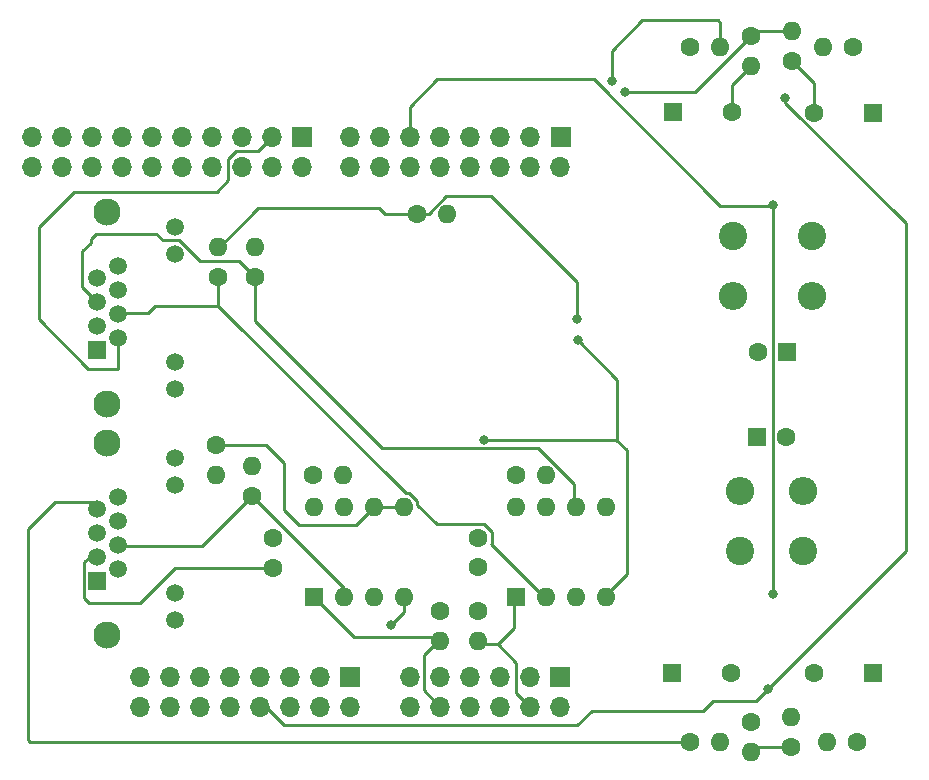
<source format=gbr>
%TF.GenerationSoftware,KiCad,Pcbnew,(6.0.10-0)*%
%TF.CreationDate,2023-03-03T14:43:48-05:00*%
%TF.ProjectId,shield,73686965-6c64-42e6-9b69-6361645f7063,rev?*%
%TF.SameCoordinates,Original*%
%TF.FileFunction,Copper,L2,Bot*%
%TF.FilePolarity,Positive*%
%FSLAX46Y46*%
G04 Gerber Fmt 4.6, Leading zero omitted, Abs format (unit mm)*
G04 Created by KiCad (PCBNEW (6.0.10-0)) date 2023-03-03 14:43:48*
%MOMM*%
%LPD*%
G01*
G04 APERTURE LIST*
%TA.AperFunction,ComponentPad*%
%ADD10R,1.600000X1.600000*%
%TD*%
%TA.AperFunction,ComponentPad*%
%ADD11O,1.600000X1.600000*%
%TD*%
%TA.AperFunction,ComponentPad*%
%ADD12C,1.600000*%
%TD*%
%TA.AperFunction,ComponentPad*%
%ADD13C,2.400000*%
%TD*%
%TA.AperFunction,ComponentPad*%
%ADD14O,2.400000X2.400000*%
%TD*%
%TA.AperFunction,ComponentPad*%
%ADD15R,1.500000X1.500000*%
%TD*%
%TA.AperFunction,ComponentPad*%
%ADD16C,1.500000*%
%TD*%
%TA.AperFunction,ComponentPad*%
%ADD17C,2.300000*%
%TD*%
%TA.AperFunction,ComponentPad*%
%ADD18R,1.700000X1.700000*%
%TD*%
%TA.AperFunction,ComponentPad*%
%ADD19O,1.700000X1.700000*%
%TD*%
%TA.AperFunction,ViaPad*%
%ADD20C,0.800000*%
%TD*%
%TA.AperFunction,Conductor*%
%ADD21C,0.250000*%
%TD*%
G04 APERTURE END LIST*
D10*
%TO.P,U2,1,SDA*%
%TO.N,A4*%
X118100000Y-111500000D03*
D11*
%TO.P,U2,2,RXD-SDA*%
%TO.N,SDA2*%
X120640000Y-111500000D03*
%TO.P,U2,3,TXD-SDA*%
X123180000Y-111500000D03*
%TO.P,U2,4,GND*%
%TO.N,GND*%
X125720000Y-111500000D03*
%TO.P,U2,5,TXD-SCL*%
%TO.N,SCL2*%
X125720000Y-103880000D03*
%TO.P,U2,6,RXD-SCL*%
X123180000Y-103880000D03*
%TO.P,U2,7,SCL*%
%TO.N,A5*%
X120640000Y-103880000D03*
%TO.P,U2,8,VCC*%
%TO.N,+5V*%
X118100000Y-103880000D03*
%TD*%
D12*
%TO.P,R16,1*%
%TO.N,Net-(C6-Pad2)*%
X138000000Y-122110000D03*
D11*
%TO.P,R16,2*%
%TO.N,VQ*%
X138000000Y-124650000D03*
%TD*%
D10*
%TO.P,U1,1,SDA*%
%TO.N,A1*%
X101000000Y-111500000D03*
D11*
%TO.P,U1,2,RXD-SDA*%
%TO.N,SDA1*%
X103540000Y-111500000D03*
%TO.P,U1,3,TXD-SDA*%
X106080000Y-111500000D03*
%TO.P,U1,4,GND*%
%TO.N,GND*%
X108620000Y-111500000D03*
%TO.P,U1,5,TXD-SCL*%
%TO.N,SCL1*%
X108620000Y-103880000D03*
%TO.P,U1,6,RXD-SCL*%
X106080000Y-103880000D03*
%TO.P,U1,7,SCL*%
%TO.N,A0*%
X103540000Y-103880000D03*
%TO.P,U1,8,VCC*%
%TO.N,+5V*%
X101000000Y-103880000D03*
%TD*%
D10*
%TO.P,C5,1*%
%TO.N,Net-(C5-Pad1)*%
X148315000Y-117950000D03*
D12*
%TO.P,C5,2*%
%TO.N,Net-(C5-Pad2)*%
X143315000Y-117950000D03*
%TD*%
%TO.P,R8,1*%
%TO.N,SDA2*%
X92900000Y-84445000D03*
D11*
%TO.P,R8,2*%
%TO.N,+5V*%
X92900000Y-81905000D03*
%TD*%
D12*
%TO.P,R14,1*%
%TO.N,VQ*%
X138000000Y-64055000D03*
D11*
%TO.P,R14,2*%
%TO.N,Net-(C4-Pad2)*%
X138000000Y-66595000D03*
%TD*%
D13*
%TO.P,R20,1*%
%TO.N,Net-(C10-Pad1)*%
X137100000Y-107615000D03*
D14*
%TO.P,R20,2*%
%TO.N,AINL+*%
X137100000Y-102535000D03*
%TD*%
D15*
%TO.P,J2,1*%
%TO.N,unconnected-(J2-Pad1)*%
X82625000Y-90600000D03*
D16*
%TO.P,J2,2*%
%TO.N,D9*%
X84405000Y-89584000D03*
%TO.P,J2,3*%
%TO.N,GND*%
X82625000Y-88568000D03*
%TO.P,J2,4*%
%TO.N,SDA2*%
X84405000Y-87552000D03*
%TO.P,J2,5*%
%TO.N,SCL2*%
X82625000Y-86536000D03*
%TO.P,J2,6*%
%TO.N,+5V*%
X84405000Y-85520000D03*
%TO.P,J2,7*%
%TO.N,J2_Audio*%
X82625000Y-84504000D03*
%TO.P,J2,8*%
%TO.N,unconnected-(J2-Pad8)*%
X84405000Y-83488000D03*
%TO.P,J2,9*%
%TO.N,N/C*%
X89225000Y-93900000D03*
%TO.P,J2,10*%
X89225000Y-91610000D03*
%TO.P,J2,11*%
X89225000Y-82470000D03*
%TO.P,J2,12*%
X89225000Y-80180000D03*
D17*
%TO.P,J2,SH*%
X83515000Y-95170000D03*
X83515000Y-78910000D03*
%TD*%
D12*
%TO.P,R1,1*%
%TO.N,+5V*%
X100955000Y-101200000D03*
D11*
%TO.P,R1,2*%
%TO.N,A0*%
X103495000Y-101200000D03*
%TD*%
D12*
%TO.P,R13,1*%
%TO.N,Net-(C3-Pad2)*%
X141456250Y-66145000D03*
D11*
%TO.P,R13,2*%
%TO.N,VQ*%
X141456250Y-63605000D03*
%TD*%
D18*
%TO.P,J4,1,Pin_1*%
%TO.N,/A5B*%
X121844000Y-118260000D03*
D19*
%TO.P,J4,2,Pin_2*%
%TO.N,A5*%
X121844000Y-120800000D03*
%TO.P,J4,3,Pin_3*%
%TO.N,/A4B*%
X119304000Y-118260000D03*
%TO.P,J4,4,Pin_4*%
%TO.N,A4*%
X119304000Y-120800000D03*
%TO.P,J4,5,Pin_5*%
%TO.N,/A3B*%
X116764000Y-118260000D03*
%TO.P,J4,6,Pin_6*%
%TO.N,/A3*%
X116764000Y-120800000D03*
%TO.P,J4,7,Pin_7*%
%TO.N,/A2B*%
X114224000Y-118260000D03*
%TO.P,J4,8,Pin_8*%
%TO.N,/A2*%
X114224000Y-120800000D03*
%TO.P,J4,9,Pin_9*%
%TO.N,/A1B*%
X111684000Y-118260000D03*
%TO.P,J4,10,Pin_10*%
%TO.N,A1*%
X111684000Y-120800000D03*
%TO.P,J4,11,Pin_11*%
%TO.N,/A0B*%
X109144000Y-118260000D03*
%TO.P,J4,12,Pin_12*%
%TO.N,A0*%
X109144000Y-120800000D03*
%TD*%
D12*
%TO.P,C1,1*%
%TO.N,+5V*%
X114920000Y-106500000D03*
%TO.P,C1,2*%
%TO.N,GND*%
X114920000Y-109000000D03*
%TD*%
D13*
%TO.P,R19,1*%
%TO.N,Net-(C9-Pad1)*%
X142400000Y-107615000D03*
D14*
%TO.P,R19,2*%
%TO.N,AINL-*%
X142400000Y-102535000D03*
%TD*%
D12*
%TO.P,R3,1*%
%TO.N,+5V*%
X118095000Y-101200000D03*
D11*
%TO.P,R3,2*%
%TO.N,A5*%
X120635000Y-101200000D03*
%TD*%
D12*
%TO.P,R9,1*%
%TO.N,Net-(C3-Pad1)*%
X146640000Y-65000000D03*
D11*
%TO.P,R9,2*%
%TO.N,GND*%
X144100000Y-65000000D03*
%TD*%
D18*
%TO.P,J5,1,Pin_1*%
%TO.N,D8*%
X100000000Y-72600000D03*
D19*
%TO.P,J5,2,Pin_2*%
%TO.N,/AD8*%
X100000000Y-75140000D03*
%TO.P,J5,3,Pin_3*%
%TO.N,D9*%
X97460000Y-72600000D03*
%TO.P,J5,4,Pin_4*%
%TO.N,/AD9*%
X97460000Y-75140000D03*
%TO.P,J5,5,Pin_5*%
%TO.N,/D10*%
X94920000Y-72600000D03*
%TO.P,J5,6,Pin_6*%
%TO.N,/AD10*%
X94920000Y-75140000D03*
%TO.P,J5,7,Pin_7*%
%TO.N,/D11*%
X92380000Y-72600000D03*
%TO.P,J5,8,Pin_8*%
%TO.N,/AD11*%
X92380000Y-75140000D03*
%TO.P,J5,9,Pin_9*%
%TO.N,/D12*%
X89840000Y-72600000D03*
%TO.P,J5,10,Pin_10*%
%TO.N,/AD12*%
X89840000Y-75140000D03*
%TO.P,J5,11,Pin_11*%
%TO.N,/D13*%
X87300000Y-72600000D03*
%TO.P,J5,12,Pin_12*%
%TO.N,/AD13*%
X87300000Y-75140000D03*
%TO.P,J5,13,Pin_13*%
%TO.N,unconnected-(J5-Pad13)*%
X84760000Y-72600000D03*
%TO.P,J5,14,Pin_14*%
%TO.N,/AD14*%
X84760000Y-75140000D03*
%TO.P,J5,15,Pin_15*%
%TO.N,/AREF*%
X82220000Y-72600000D03*
%TO.P,J5,16,Pin_16*%
%TO.N,unconnected-(J5-Pad16)*%
X82220000Y-75140000D03*
%TO.P,J5,17,Pin_17*%
%TO.N,/D14*%
X79680000Y-72600000D03*
%TO.P,J5,18,Pin_18*%
%TO.N,/AD16*%
X79680000Y-75140000D03*
%TO.P,J5,19,Pin_19*%
%TO.N,/D15*%
X77140000Y-72600000D03*
%TO.P,J5,20,Pin_20*%
%TO.N,/AD17*%
X77140000Y-75140000D03*
%TD*%
D15*
%TO.P,J1,1*%
%TO.N,unconnected-(J1-Pad1)*%
X82625000Y-110200000D03*
D16*
%TO.P,J1,2*%
%TO.N,D8*%
X84405000Y-109184000D03*
%TO.P,J1,3*%
%TO.N,GND*%
X82625000Y-108168000D03*
%TO.P,J1,4*%
%TO.N,SDA1*%
X84405000Y-107152000D03*
%TO.P,J1,5*%
%TO.N,SCL1*%
X82625000Y-106136000D03*
%TO.P,J1,6*%
%TO.N,+5V*%
X84405000Y-105120000D03*
%TO.P,J1,7*%
%TO.N,J1_Audio*%
X82625000Y-104104000D03*
%TO.P,J1,8*%
%TO.N,unconnected-(J1-Pad8)*%
X84405000Y-103088000D03*
%TO.P,J1,9*%
%TO.N,N/C*%
X89225000Y-113500000D03*
%TO.P,J1,10*%
X89225000Y-111210000D03*
%TO.P,J1,11*%
X89225000Y-102070000D03*
%TO.P,J1,12*%
X89225000Y-99780000D03*
D17*
%TO.P,J1,SH*%
X83515000Y-98510000D03*
X83515000Y-114770000D03*
%TD*%
D12*
%TO.P,C2,1*%
%TO.N,+5V*%
X97520000Y-106534000D03*
%TO.P,C2,2*%
%TO.N,GND*%
X97520000Y-109034000D03*
%TD*%
%TO.P,R2,1*%
%TO.N,+5V*%
X111700000Y-112755000D03*
D11*
%TO.P,R2,2*%
%TO.N,A1*%
X111700000Y-115295000D03*
%TD*%
D12*
%TO.P,R4,1*%
%TO.N,+5V*%
X114900000Y-112755000D03*
D11*
%TO.P,R4,2*%
%TO.N,A4*%
X114900000Y-115295000D03*
%TD*%
D18*
%TO.P,J6,1,Pin_1*%
%TO.N,/D0*%
X121875000Y-72600000D03*
D19*
%TO.P,J6,2,Pin_2*%
%TO.N,/D0B*%
X121844000Y-75140000D03*
%TO.P,J6,3,Pin_3*%
%TO.N,/D1*%
X119304000Y-72600000D03*
%TO.P,J6,4,Pin_4*%
%TO.N,/D1B*%
X119304000Y-75140000D03*
%TO.P,J6,5,Pin_5*%
%TO.N,/D2*%
X116764000Y-72600000D03*
%TO.P,J6,6,Pin_6*%
%TO.N,/D2B*%
X116764000Y-75140000D03*
%TO.P,J6,7,Pin_7*%
%TO.N,/D3*%
X114224000Y-72600000D03*
%TO.P,J6,8,Pin_8*%
%TO.N,/D3B*%
X114224000Y-75140000D03*
%TO.P,J6,9,Pin_9*%
%TO.N,/D4*%
X111684000Y-72600000D03*
%TO.P,J6,10,Pin_10*%
%TO.N,D4B*%
X111684000Y-75140000D03*
%TO.P,J6,11,Pin_11*%
%TO.N,D5*%
X109144000Y-72600000D03*
%TO.P,J6,12,Pin_12*%
%TO.N,/D5B*%
X109144000Y-75140000D03*
%TO.P,J6,13,Pin_13*%
%TO.N,/D6*%
X106604000Y-72600000D03*
%TO.P,J6,14,Pin_14*%
%TO.N,D6B*%
X106604000Y-75140000D03*
%TO.P,J6,15,Pin_15*%
%TO.N,/D7*%
X104064000Y-72600000D03*
%TO.P,J6,16,Pin_16*%
%TO.N,D7B*%
X104064000Y-75140000D03*
%TD*%
D13*
%TO.P,R17,1*%
%TO.N,Net-(C7-Pad1)*%
X143200000Y-80985000D03*
D14*
%TO.P,R17,2*%
%TO.N,AINR-*%
X143200000Y-86065000D03*
%TD*%
D10*
%TO.P,C6,1*%
%TO.N,J1_Audio*%
X131315000Y-117950000D03*
D12*
%TO.P,C6,2*%
%TO.N,Net-(C6-Pad2)*%
X136315000Y-117950000D03*
%TD*%
%TO.P,R10,1*%
%TO.N,J2_Audio*%
X132855000Y-65000000D03*
D11*
%TO.P,R10,2*%
%TO.N,GND*%
X135395000Y-65000000D03*
%TD*%
D12*
%TO.P,R6,1*%
%TO.N,SCL1*%
X92700000Y-98655000D03*
D11*
%TO.P,R6,2*%
%TO.N,+5V*%
X92700000Y-101195000D03*
%TD*%
D10*
%TO.P,C11,1*%
%TO.N,AINR-*%
X141060226Y-90768974D03*
D12*
%TO.P,C11,2*%
%TO.N,AINR+*%
X138560226Y-90768974D03*
%TD*%
D10*
%TO.P,C12,1*%
%TO.N,AINL+*%
X138474440Y-98000000D03*
D12*
%TO.P,C12,2*%
%TO.N,AINL-*%
X140974440Y-98000000D03*
%TD*%
%TO.P,R12,1*%
%TO.N,J1_Audio*%
X132810000Y-123792500D03*
D11*
%TO.P,R12,2*%
%TO.N,GND*%
X135350000Y-123792500D03*
%TD*%
D12*
%TO.P,R15,1*%
%TO.N,VQ*%
X141400000Y-124200000D03*
D11*
%TO.P,R15,2*%
%TO.N,Net-(C5-Pad2)*%
X141400000Y-121660000D03*
%TD*%
D10*
%TO.P,C4,1*%
%TO.N,J2_Audio*%
X131406250Y-70500000D03*
D12*
%TO.P,C4,2*%
%TO.N,Net-(C4-Pad2)*%
X136406250Y-70500000D03*
%TD*%
%TO.P,R25,1*%
%TO.N,+5V*%
X109755000Y-79100000D03*
D11*
%TO.P,R25,2*%
%TO.N,/VD*%
X112295000Y-79100000D03*
%TD*%
D13*
%TO.P,R18,1*%
%TO.N,Net-(C8-Pad1)*%
X136500000Y-80985000D03*
D14*
%TO.P,R18,2*%
%TO.N,AINR+*%
X136500000Y-86065000D03*
%TD*%
D10*
%TO.P,C3,1*%
%TO.N,Net-(C3-Pad1)*%
X148306250Y-70508750D03*
D12*
%TO.P,C3,2*%
%TO.N,Net-(C3-Pad2)*%
X143306250Y-70508750D03*
%TD*%
D18*
%TO.P,J3,1,Pin_1*%
%TO.N,/A6B*%
X104064000Y-118260000D03*
D19*
%TO.P,J3,2,Pin_2*%
%TO.N,unconnected-(J3-Pad2)*%
X104064000Y-120800000D03*
%TO.P,J3,3,Pin_3*%
%TO.N,/A7B*%
X101524000Y-118260000D03*
%TO.P,J3,4,Pin_4*%
%TO.N,GND*%
X101524000Y-120800000D03*
%TO.P,J3,5,Pin_5*%
%TO.N,/A8B*%
X98984000Y-118260000D03*
%TO.P,J3,6,Pin_6*%
%TO.N,unconnected-(J3-Pad6)*%
X98984000Y-120800000D03*
%TO.P,J3,7,Pin_7*%
%TO.N,/A9B*%
X96444000Y-118260000D03*
%TO.P,J3,8,Pin_8*%
%TO.N,+5V*%
X96444000Y-120800000D03*
%TO.P,J3,9,Pin_9*%
%TO.N,/A10B*%
X93904000Y-118260000D03*
%TO.P,J3,10,Pin_10*%
%TO.N,unconnected-(J3-Pad10)*%
X93904000Y-120800000D03*
%TO.P,J3,11,Pin_11*%
%TO.N,/A11B*%
X91364000Y-118260000D03*
%TO.P,J3,12,Pin_12*%
%TO.N,unconnected-(J3-Pad12)*%
X91364000Y-120800000D03*
%TO.P,J3,13,Pin_13*%
%TO.N,/A12B*%
X88824000Y-118260000D03*
%TO.P,J3,14,Pin_14*%
%TO.N,/P3V3*%
X88824000Y-120800000D03*
%TO.P,J3,15,Pin_15*%
%TO.N,/A13B*%
X86284000Y-118260000D03*
%TO.P,J3,16,Pin_16*%
%TO.N,unconnected-(J3-Pad16)*%
X86284000Y-120800000D03*
%TD*%
D12*
%TO.P,R11,1*%
%TO.N,Net-(C5-Pad1)*%
X146970000Y-123792500D03*
D11*
%TO.P,R11,2*%
%TO.N,GND*%
X144430000Y-123792500D03*
%TD*%
D12*
%TO.P,R5,1*%
%TO.N,SDA1*%
X95750000Y-103000000D03*
D11*
%TO.P,R5,2*%
%TO.N,+5V*%
X95750000Y-100460000D03*
%TD*%
D12*
%TO.P,R7,1*%
%TO.N,SCL2*%
X96000000Y-84445000D03*
D11*
%TO.P,R7,2*%
%TO.N,+5V*%
X96000000Y-81905000D03*
%TD*%
D20*
%TO.N,GND*%
X107500000Y-113900000D03*
X115400000Y-98200000D03*
X123350000Y-89800000D03*
X126200000Y-67824500D03*
%TO.N,+5V*%
X139450000Y-119312500D03*
X123300000Y-88000000D03*
X140900000Y-69300000D03*
%TO.N,D5*%
X139856250Y-78356250D03*
X139849440Y-111249440D03*
%TO.N,VQ*%
X127300000Y-68800000D03*
%TD*%
D21*
%TO.N,D9*%
X97460000Y-72600000D02*
X96285000Y-73775000D01*
X96285000Y-73775000D02*
X94425000Y-73775000D01*
X93745000Y-76255000D02*
X92800000Y-77200000D01*
X94425000Y-73775000D02*
X93745000Y-74455000D01*
X93745000Y-74455000D02*
X93745000Y-76255000D01*
X92800000Y-77200000D02*
X80700000Y-77200000D01*
X80700000Y-77200000D02*
X77700000Y-80200000D01*
X77700000Y-80200000D02*
X77700000Y-88000000D01*
X77700000Y-88000000D02*
X81900000Y-92200000D01*
X81900000Y-92200000D02*
X84400000Y-92200000D01*
X84400000Y-92200000D02*
X84400000Y-89325000D01*
%TO.N,SCL2*%
X96000000Y-84445000D02*
X94655000Y-83100000D01*
X89575280Y-81300000D02*
X88184720Y-81300000D01*
X94655000Y-83100000D02*
X91375280Y-83100000D01*
X81400000Y-82203429D02*
X81400000Y-85311000D01*
X91375280Y-83100000D02*
X89575280Y-81300000D01*
X88184720Y-81300000D02*
X87647720Y-80763000D01*
X87647720Y-80763000D02*
X82537000Y-80763000D01*
X82537000Y-80763000D02*
X82085001Y-81214999D01*
X81400000Y-85311000D02*
X82625000Y-86536000D01*
X82085001Y-81214999D02*
X82085001Y-81518428D01*
X82085001Y-81518428D02*
X81400000Y-82203429D01*
%TO.N,SCL1*%
X106080000Y-103880000D02*
X104551000Y-105409000D01*
X99749991Y-105409000D02*
X98500000Y-104159009D01*
X104551000Y-105409000D02*
X99749991Y-105409000D01*
X98500000Y-100200000D02*
X96955000Y-98655000D01*
X98500000Y-104159009D02*
X98500000Y-100200000D01*
X96955000Y-98655000D02*
X92700000Y-98655000D01*
%TO.N,GND*%
X81550000Y-108603000D02*
X81550000Y-111626571D01*
X89216000Y-109034000D02*
X97520000Y-109034000D01*
X81550000Y-111626571D02*
X81923429Y-112000000D01*
X82625000Y-107528000D02*
X81550000Y-108603000D01*
X86250000Y-112000000D02*
X89216000Y-109034000D01*
X81923429Y-112000000D02*
X86250000Y-112000000D01*
%TO.N,SDA1*%
X95750000Y-103000000D02*
X91550000Y-107200000D01*
X91550000Y-107200000D02*
X84453000Y-107200000D01*
%TO.N,D5*%
X139856250Y-78356250D02*
X139812500Y-78400000D01*
X135400000Y-78400000D02*
X124700000Y-67700000D01*
X124700000Y-67700000D02*
X111444000Y-67700000D01*
X109144000Y-70000000D02*
X109144000Y-72600000D01*
X139812500Y-78400000D02*
X135400000Y-78400000D01*
X111444000Y-67700000D02*
X109144000Y-70000000D01*
%TO.N,SDA2*%
X87500000Y-86900000D02*
X86916000Y-87484000D01*
X86916000Y-87484000D02*
X84405000Y-87484000D01*
%TO.N,GND*%
X107500000Y-113900000D02*
X108620000Y-112780000D01*
X115400000Y-98200000D02*
X126600000Y-98200000D01*
X123350000Y-89800000D02*
X126665000Y-93115000D01*
X126200000Y-65300000D02*
X128800000Y-62700000D01*
X108620000Y-112780000D02*
X108620000Y-111500000D01*
X128800000Y-62700000D02*
X135200000Y-62700000D01*
X126665000Y-93115000D02*
X126665000Y-98135000D01*
X126600000Y-98200000D02*
X126665000Y-98135000D01*
X125540000Y-111500000D02*
X127500000Y-109540000D01*
X126200000Y-67824500D02*
X126200000Y-65300000D01*
X135200000Y-62700000D02*
X135395000Y-62895000D01*
X127500000Y-109540000D02*
X127500000Y-99100000D01*
X127500000Y-99100000D02*
X126600000Y-98200000D01*
X135395000Y-62895000D02*
X135395000Y-65000000D01*
%TO.N,+5V*%
X96288604Y-78575000D02*
X106525000Y-78575000D01*
X110704009Y-79100000D02*
X112204009Y-77600000D01*
X134797931Y-120355000D02*
X138407500Y-120355000D01*
X106525000Y-78575000D02*
X107050000Y-79100000D01*
X98500000Y-122400000D02*
X123300000Y-122400000D01*
X151100000Y-107662500D02*
X139450000Y-119312500D01*
X123300000Y-122400000D02*
X124500000Y-121200000D01*
X96900000Y-120800000D02*
X98500000Y-122400000D01*
X107050000Y-79100000D02*
X110704009Y-79100000D01*
X138407500Y-120355000D02*
X139450000Y-119312500D01*
X140900000Y-69300000D02*
X140900000Y-69693491D01*
X123300000Y-84900000D02*
X123300000Y-88000000D01*
X133952931Y-121200000D02*
X134797931Y-120355000D01*
X116000000Y-77600000D02*
X123300000Y-84900000D01*
X140900000Y-69693491D02*
X151100000Y-79893491D01*
X124500000Y-121200000D02*
X133952931Y-121200000D01*
X92750000Y-82113604D02*
X96288604Y-78575000D01*
X112204009Y-77600000D02*
X116000000Y-77600000D01*
X151100000Y-79893491D02*
X151100000Y-107662500D01*
%TO.N,J1_Audio*%
X76800000Y-123600000D02*
X76800000Y-105763429D01*
X76800000Y-105763429D02*
X79099429Y-103464000D01*
X76992500Y-123792500D02*
X76800000Y-123600000D01*
X79099429Y-103464000D02*
X82625000Y-103464000D01*
X132810000Y-123792500D02*
X76992500Y-123792500D01*
%TO.N,A4*%
X117920000Y-114114000D02*
X117920000Y-111500000D01*
X118129000Y-117085000D02*
X116539000Y-115495000D01*
X116539000Y-115495000D02*
X117920000Y-114114000D01*
X118129000Y-119625000D02*
X119304000Y-120800000D01*
X116539000Y-115495000D02*
X114900000Y-115495000D01*
X118129000Y-117085000D02*
X118129000Y-119625000D01*
%TO.N,A1*%
X110319000Y-119435000D02*
X111684000Y-120800000D01*
X110319000Y-116449000D02*
X110319000Y-119435000D01*
X111684000Y-115084000D02*
X110319000Y-116449000D01*
X111500000Y-114900000D02*
X104400000Y-114900000D01*
X104400000Y-114900000D02*
X101000000Y-111500000D01*
%TO.N,SDA1*%
X103540000Y-110790000D02*
X95750000Y-103000000D01*
X103540000Y-111500000D02*
X103540000Y-110790000D01*
%TO.N,SCL1*%
X108620000Y-103880000D02*
X106080000Y-103880000D01*
%TO.N,SCL2*%
X123000000Y-103880000D02*
X123000000Y-101974009D01*
X96000000Y-88200000D02*
X96000000Y-84445000D01*
X119950991Y-98925000D02*
X106725000Y-98925000D01*
X123000000Y-101974009D02*
X119950991Y-98925000D01*
X106725000Y-98925000D02*
X96000000Y-88200000D01*
%TO.N,SDA2*%
X116045000Y-106034009D02*
X115385991Y-105375000D01*
X120460000Y-111500000D02*
X115985495Y-107025495D01*
X109745000Y-103745000D02*
X109745000Y-103414009D01*
X115385991Y-105375000D02*
X111375000Y-105375000D01*
X109745000Y-103414009D02*
X109085991Y-102755000D01*
X92900000Y-86900000D02*
X87500000Y-86900000D01*
X115985495Y-107025495D02*
X116045000Y-106965991D01*
X116045000Y-106965991D02*
X116045000Y-106034009D01*
X111375000Y-105375000D02*
X109745000Y-103745000D01*
X92900000Y-86900000D02*
X92900000Y-84445000D01*
X109085991Y-102755000D02*
X108755000Y-102755000D01*
X108755000Y-102755000D02*
X92900000Y-86900000D01*
%TO.N,Net-(C3-Pad2)*%
X143306250Y-67995000D02*
X141456250Y-66145000D01*
X143306250Y-70508750D02*
X143306250Y-67995000D01*
%TO.N,Net-(C4-Pad2)*%
X136406250Y-70500000D02*
X136406250Y-68188750D01*
X136406250Y-68188750D02*
X138000000Y-66595000D01*
%TO.N,D5*%
X139856250Y-78356250D02*
X139849440Y-78363060D01*
X139849440Y-78363060D02*
X139849440Y-111249440D01*
%TO.N,VQ*%
X141400000Y-124200000D02*
X138450000Y-124200000D01*
X133255000Y-68800000D02*
X138000000Y-64055000D01*
X141456250Y-63605000D02*
X138450000Y-63605000D01*
X127300000Y-68800000D02*
X133255000Y-68800000D01*
%TD*%
M02*

</source>
